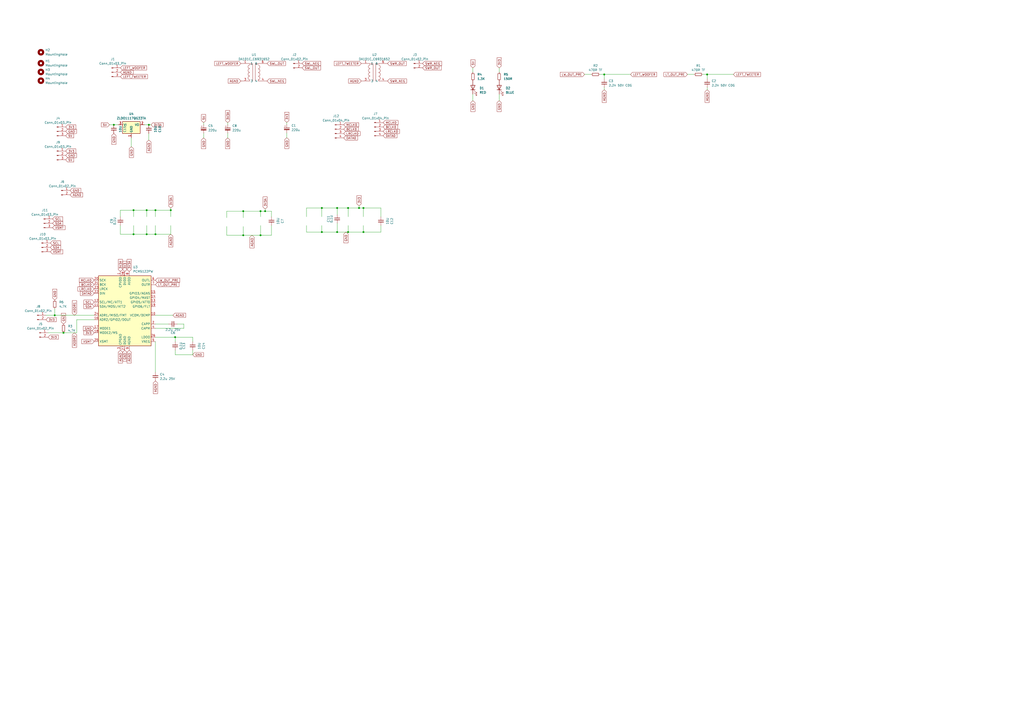
<source format=kicad_sch>
(kicad_sch (version 20231120) (generator "eeschema") (generator_version "8.0")
  (paper "A2")
  (lib_symbols
    (symbol "Audio:PCM5122PW"
      (property "Reference" "U" (at -13.97 21.59 0))
      (property "Value" "PCM5122PW" (at 10.16 21.59 0))
      (symbol "PCM5122PW_0_1"
        (rectangle (start -15.24 20.32) (end 15.24 -20.32) (stroke (width 0.254)) (fill (type background)))
      )
      (symbol "PCM5122PW_1_1"
        (pin power_in line (at -2.54 22.86 270) (length 2.54) (name "CPVDD") (number "1"))
        (pin bidirectional line (at 17.78 -2.54 180) (length 2.54) (name "VCOM/DEMP") (number "10"))
        (pin bidirectional line (at -17.78 2.54 0) (length 2.54) (name "SDA/MOSI/ATT2") (number "11"))
        (pin input line (at -17.78 5.08 0) (length 2.54) (name "SCL/MC/ATT1") (number "12"))
        (pin bidirectional line (at 17.78 5.08 180) (length 2.54) (name "GPIO5/ATT0") (number "13"))
        (pin bidirectional line (at 17.78 7.62 180) (length 2.54) (name "GPIO4/MAST") (number "14"))
        (pin bidirectional line (at 17.78 10.16 180) (length 2.54) (name "GPIO3/AGNS") (number "15"))
        (pin bidirectional line (at -17.78 -5.08 0) (length 2.54) (name "ADR2/GPIO2/DOUT") (number "16"))
        (pin input line (at -17.78 -10.16 0) (length 2.54) (name "MODE1") (number "17"))
        (pin input line (at -17.78 -12.7 0) (length 2.54) (name "MODE2/MS") (number "18"))
        (pin bidirectional line (at 17.78 2.54 180) (length 2.54) (name "GPIO6/FLT") (number "19"))
        (pin passive line (at 17.78 -7.62 180) (length 2.54) (name "CAPP") (number "2"))
        (pin input line (at -17.78 17.78 0) (length 2.54) (name "SCK") (number "20"))
        (pin bidirectional line (at -17.78 15.24 0) (length 2.54) (name "BCK") (number "21"))
        (pin input line (at -17.78 10.16 0) (length 2.54) (name "DIN") (number "22"))
        (pin bidirectional line (at -17.78 12.7 0) (length 2.54) (name "LRCK") (number "23"))
        (pin bidirectional line (at -17.78 -2.54 0) (length 2.54) (name "ADR1/MISO/FMT") (number "24"))
        (pin input line (at -17.78 -17.78 0) (length 2.54) (name "XSMT") (number "25"))
        (pin passive line (at 17.78 -15.24 180) (length 2.54) (name "LDOO") (number "26"))
        (pin power_in line (at 0 -22.86 90) (length 2.54) (name "DGND") (number "27"))
        (pin power_in line (at 0 22.86 270) (length 2.54) (name "DVDD") (number "28"))
        (pin power_in line (at -2.54 -22.86 90) (length 2.54) (name "CPGND") (number "3"))
        (pin passive line (at 17.78 -10.16 180) (length 2.54) (name "CAPM") (number "4"))
        (pin passive line (at 17.78 -17.78 180) (length 2.54) (name "VNEG") (number "5"))
        (pin output line (at 17.78 17.78 180) (length 2.54) (name "OUTL") (number "6"))
        (pin output line (at 17.78 15.24 180) (length 2.54) (name "OUTR") (number "7"))
        (pin power_in line (at 2.54 22.86 270) (length 2.54) (name "AVDD") (number "8"))
        (pin power_in line (at 2.54 -22.86 90) (length 2.54) (name "AGND") (number "9"))
      )
    )
    (symbol "Connector:Conn_01x02_Pin" (pin_names (offset 1.016) hide)
      (property "Reference" "J" (at 0 2.54 0))
      (property "Value" "Conn_01x02_Pin" (at 0 -5.08 0))
      (symbol "Conn_01x02_Pin_1_1"
        (polyline (pts (xy 1.27 -2.54) (xy 0.8636 -2.54)) (stroke (width 0.1524)))
        (polyline (pts (xy 1.27 0) (xy 0.8636 0)) (stroke (width 0.1524)))
        (rectangle (start 0.8636 -2.413) (end 0 -2.667) (stroke (width 0.1524)) (fill (type outline)))
        (rectangle (start 0.8636 0.127) (end 0 -0.127) (stroke (width 0.1524)) (fill (type outline)))
        (pin passive line (at 5.08 0 180) (length 3.81) (name "Pin_1") (number "1"))
        (pin passive line (at 5.08 -2.54 180) (length 3.81) (name "Pin_2") (number "2"))
      )
    )
    (symbol "Connector:Conn_01x03_Pin" (pin_names (offset 1.016) hide)
      (property "Reference" "J" (at 0 5.08 0))
      (property "Value" "Conn_01x03_Pin" (at 0 -5.08 0))
      (symbol "Conn_01x03_Pin_1_1"
        (polyline (pts (xy 1.27 -2.54) (xy 0.8636 -2.54)) (stroke (width 0.1524)))
        (polyline (pts (xy 1.27 0) (xy 0.8636 0)) (stroke (width 0.1524)))
        (polyline (pts (xy 1.27 2.54) (xy 0.8636 2.54)) (stroke (width 0.1524)))
        (rectangle (start 0.8636 -2.413) (end 0 -2.667) (stroke (width 0.1524)) (fill (type outline)))
        (rectangle (start 0.8636 0.127) (end 0 -0.127) (stroke (width 0.1524)) (fill (type outline)))
        (rectangle (start 0.8636 2.667) (end 0 2.413) (stroke (width 0.1524)) (fill (type outline)))
        (pin passive line (at 5.08 2.54 180) (length 3.81) (name "Pin_1") (number "1"))
        (pin passive line (at 5.08 0 180) (length 3.81) (name "Pin_2") (number "2"))
        (pin passive line (at 5.08 -2.54 180) (length 3.81) (name "Pin_3") (number "3"))
      )
    )
    (symbol "Connector:Conn_01x04_Pin" (pin_names (offset 1.016) hide)
      (property "Reference" "J" (at 0 5.08 0))
      (property "Value" "Conn_01x04_Pin" (at 0 -7.62 0))
      (symbol "Conn_01x04_Pin_1_1"
        (polyline (pts (xy 1.27 -5.08) (xy 0.8636 -5.08)) (stroke (width 0.1524)))
        (polyline (pts (xy 1.27 -2.54) (xy 0.8636 -2.54)) (stroke (width 0.1524)))
        (polyline (pts (xy 1.27 0) (xy 0.8636 0)) (stroke (width 0.1524)))
        (polyline (pts (xy 1.27 2.54) (xy 0.8636 2.54)) (stroke (width 0.1524)))
        (rectangle (start 0.8636 -4.953) (end 0 -5.207) (stroke (width 0.1524)) (fill (type outline)))
        (rectangle (start 0.8636 -2.413) (end 0 -2.667) (stroke (width 0.1524)) (fill (type outline)))
        (rectangle (start 0.8636 0.127) (end 0 -0.127) (stroke (width 0.1524)) (fill (type outline)))
        (rectangle (start 0.8636 2.667) (end 0 2.413) (stroke (width 0.1524)) (fill (type outline)))
        (pin passive line (at 5.08 2.54 180) (length 3.81) (name "Pin_1") (number "1"))
        (pin passive line (at 5.08 0 180) (length 3.81) (name "Pin_2") (number "2"))
        (pin passive line (at 5.08 -2.54 180) (length 3.81) (name "Pin_3") (number "3"))
        (pin passive line (at 5.08 -5.08 180) (length 3.81) (name "Pin_4") (number "4"))
      )
    )
    (symbol "Device:C_Polarized_Small" (pin_numbers hide) (pin_names (offset 0.254) hide)
      (property "Reference" "C" (at 0.254 1.778 0))
      (property "Value" "C_Polarized_Small" (at 0.254 -2.032 0))
      (symbol "C_Polarized_Small_0_1"
        (rectangle (start -1.524 -0.3048) (end 1.524 -0.6858) (fill (type outline)))
        (rectangle (start -1.524 0.6858) (end 1.524 0.3048))
        (polyline (pts (xy -1.27 1.524) (xy -0.762 1.524)))
        (polyline (pts (xy -1.016 1.27) (xy -1.016 1.778)))
      )
      (symbol "C_Polarized_Small_1_1"
        (pin passive line (at 0 2.54 270) (length 1.8542) (name "~") (number "1"))
        (pin passive line (at 0 -2.54 90) (length 1.8542) (name "~") (number "2"))
      )
    )
    (symbol "Device:C_Small" (pin_numbers hide) (pin_names (offset 0.254) hide)
      (property "Reference" "C" (at 0.254 1.778 0))
      (property "Value" "C_Small" (at 0.254 -2.032 0))
      (symbol "C_Small_0_1"
        (polyline (pts (xy -1.524 -0.508) (xy 1.524 -0.508)) (stroke (width 0.3302)))
        (polyline (pts (xy -1.524 0.508) (xy 1.524 0.508)) (stroke (width 0.3048)))
      )
      (symbol "C_Small_1_1"
        (pin passive line (at 0 2.54 270) (length 2.032) (name "~") (number "1"))
        (pin passive line (at 0 -2.54 90) (length 2.032) (name "~") (number "2"))
      )
    )
    (symbol "Device:LED" (pin_numbers hide) (pin_names (offset 1.016) hide)
      (property "Reference" "D" (at 0 2.54 0))
      (property "Value" "LED" (at 0 -2.54 0))
      (symbol "LED_0_1"
        (polyline (pts (xy -1.27 -1.27) (xy -1.27 1.27)) (stroke (width 0.254)))
        (polyline (pts (xy -1.27 0) (xy 1.27 0)))
        (polyline (pts (xy 1.27 -1.27) (xy 1.27 1.27) (xy -1.27 0) (xy 1.27 -1.27)) (stroke (width 0.254)))
        (polyline (pts (xy -3.048 -0.762) (xy -4.572 -2.286) (xy -3.81 -2.286) (xy -4.572 -2.286) (xy -4.572 -1.524)))
        (polyline (pts (xy -1.778 -0.762) (xy -3.302 -2.286) (xy -2.54 -2.286) (xy -3.302 -2.286) (xy -3.302 -1.524)))
      )
      (symbol "LED_1_1"
        (pin passive line (at -3.81 0 0) (length 2.54) (name "K") (number "1"))
        (pin passive line (at 3.81 0 180) (length 2.54) (name "A") (number "2"))
      )
    )
    (symbol "Device:R_Small" (pin_numbers hide) (pin_names (offset 0.254) hide)
      (property "Reference" "R" (at 0.762 0.508 0))
      (property "Value" "R_Small" (at 0.762 -1.016 0))
      (symbol "R_Small_0_1"
        (rectangle (start -0.762 1.778) (end 0.762 -1.778) (stroke (width 0.2032)))
      )
      (symbol "R_Small_1_1"
        (pin passive line (at 0 2.54 270) (length 0.762) (name "~") (number "1"))
        (pin passive line (at 0 -2.54 90) (length 0.762) (name "~") (number "2"))
      )
    )
    (symbol "Mechanical:MountingHole" (pin_names (offset 1.016)) (exclude_from_sim yes) (in_bom no)
      (property "Reference" "H" (at 0 5.08 0))
      (property "Value" "MountingHole" (at 0 3.175 0))
      (symbol "MountingHole_0_1"
        (circle (center 0 0) (radius 1.27) (stroke (width 1.27)))
      )
    )
    (symbol "Regulator_Linear:AMS1117-3.3"
      (property "Reference" "U" (at -3.81 3.175 0))
      (property "Value" "AMS1117-3.3" (at 0 3.175 0))
      (symbol "AMS1117-3.3_0_1"
        (rectangle (start -5.08 -5.08) (end 5.08 1.905) (stroke (width 0.254)) (fill (type background)))
      )
      (symbol "AMS1117-3.3_1_1"
        (pin power_in line (at 0 -7.62 90) (length 2.54) (name "GND") (number "1"))
        (pin power_out line (at 7.62 0 180) (length 2.54) (name "VO") (number "2"))
        (pin power_in line (at -7.62 0 0) (length 2.54) (name "VI") (number "3"))
      )
    )
    (symbol "easyeda2kicad:DA101C_C6931652"
      (property "Reference" "U" (at 0 10.16 0))
      (property "Value" "DA101C_C6931652" (at 0 -10.16 0))
      (symbol "DA101C_C6931652_0_1"
        (arc (start -2.54 -2.3) (mid -3.4695 -3.31) (end -2.54 -4.32))
        (arc (start -2.54 -0.14) (mid -3.4545 -1.15) (end -2.54 -2.16))
        (arc (start -2.54 2.01) (mid -3.4545 1) (end -2.54 -0.01))
        (arc (start -2.54 4.2) (mid -3.4695 3.19) (end -2.54 2.18))
        (circle (center -1.52 4.83) (radius 0.38))
        (polyline (pts (xy -2.54 -5.08) (xy -2.54 -4.32)))
        (polyline (pts (xy -2.54 4.32) (xy -2.54 5.08)))
        (polyline (pts (xy -0.76 5.08) (xy -0.76 -5.08)))
        (polyline (pts (xy 0.76 5.08) (xy 0.76 -5.08)))
        (polyline (pts (xy 2.54 -5.08) (xy 2.54 -4.06)))
        (polyline (pts (xy 2.54 4.57) (xy 2.54 5.08)))
        (circle (center 1.52 4.83) (radius 0.38))
        (arc (start 2.54 -4.46) (mid 3.4599 -3.445) (end 2.54 -2.43))
        (arc (start 2.54 -2.26) (mid 3.4787 -1.25) (end 2.54 -0.24))
        (arc (start 2.54 -0.11) (mid 3.4787 0.9) (end 2.54 1.91))
        (arc (start 2.54 2.04) (mid 3.4558 3.05) (end 2.54 4.06))
        (pin unspecified line (at -7.62 5.08 0) (length 5.08) (name "1") (number "1"))
        (pin unspecified line (at -7.62 -5.08 0) (length 5.08) (name "3") (number "3"))
        (pin unspecified line (at 7.62 -5.08 180) (length 5.08) (name "4") (number "4"))
        (pin unspecified line (at 7.62 5.08 180) (length 5.08) (name "6") (number "6"))
      )
    )
  )
  (junction (at 85.09 121.92))
  (junction (at 151.13 122.5027))
  (junction (at 141.0993 136.4727))
  (junction (at 151.13 136.4727))
  (junction (at 36.83 193.04))
  (junction (at 90.17 121.92))
  (junction (at 66.04 72.39))
  (junction (at 153.7993 122.5027))
  (junction (at 201.93 120.65))
  (junction (at 410.21 43.18))
  (junction (at 90.17 135.89))
  (junction (at 210.82 134.62))
  (junction (at 86.36 72.39))
  (junction (at 195.58 134.62))
  (junction (at 210.82 120.65))
  (junction (at 77.47 121.92))
  (junction (at 186.69 134.62))
  (junction (at 186.69 120.65))
  (junction (at 195.58 120.65))
  (junction (at 141.0993 122.5027))
  (junction (at 101.6 195.58))
  (junction (at 99.06 121.92))
  (junction (at 77.47 135.89))
  (junction (at 201.93 134.62))
  (junction (at 208.28 120.65))
  (junction (at 350.52 43.18))
  (junction (at 31.75 182.88))
  (junction (at 85.09 135.89))
  (wire (pts (xy 66.04 72.39) (xy 68.58 72.39)))
  (wire (pts (xy 410.21 52.07) (xy 410.21 50.8)))
  (wire (pts (xy 201.93 134.62) (xy 210.82 134.62)))
  (wire (pts (xy 350.52 45.72) (xy 350.52 43.18)))
  (wire (pts (xy 99.06 125.73) (xy 99.06 121.92)))
  (wire (pts (xy 157.48 122.5027) (xy 153.7993 122.5027)))
  (wire (pts (xy 131.5421 136.4727) (xy 131.5421 131.3569)))
  (wire (pts (xy 118.11 71.12) (xy 118.11 72.263)))
  (wire (pts (xy 153.7993 122.5027) (xy 151.13 122.5027)))
  (wire (pts (xy 131.5421 122.5027) (xy 131.5421 126.2769)))
  (wire (pts (xy 102.87 187.96) (xy 106.68 187.96)))
  (wire (pts (xy 186.69 130.81) (xy 186.69 134.62)))
  (wire (pts (xy 132.08 71.12) (xy 132.08 72.263)))
  (wire (pts (xy 77.47 135.89) (xy 69.85 135.89)))
  (wire (pts (xy 118.11 80.01) (xy 118.11 77.343)))
  (wire (pts (xy 90.17 121.92) (xy 99.06 121.92)))
  (wire (pts (xy 186.69 134.62) (xy 195.58 134.62)))
  (wire (pts (xy 208.28 120.65) (xy 201.93 120.65)))
  (wire (pts (xy 186.69 134.62) (xy 177.8 134.62)))
  (wire (pts (xy 90.17 198.12) (xy 90.17 215.9)))
  (wire (pts (xy 195.58 120.65) (xy 195.58 124.46)))
  (wire (pts (xy 111.76 195.58) (xy 111.76 198.12)))
  (wire (pts (xy 31.75 179.07) (xy 31.75 182.88)))
  (wire (pts (xy 274.32 58.42) (xy 274.32 54.61)))
  (wire (pts (xy 90.17 135.89) (xy 99.06 135.89)))
  (wire (pts (xy 85.09 121.92) (xy 77.47 121.92)))
  (wire (pts (xy 85.09 121.92) (xy 85.09 125.73)))
  (wire (pts (xy 86.36 72.39) (xy 83.82 72.39)))
  (wire (pts (xy 27.94 193.04) (xy 36.83 193.04)))
  (wire (pts (xy 141.0993 122.5027) (xy 131.5421 122.5027)))
  (wire (pts (xy 141.0993 122.5027) (xy 141.0993 126.3127)))
  (wire (pts (xy 132.08 80.01) (xy 132.08 77.343)))
  (wire (pts (xy 106.68 187.96) (xy 106.68 190.5)))
  (wire (pts (xy 186.69 120.65) (xy 177.8 120.65)))
  (wire (pts (xy 201.93 125.73) (xy 201.93 120.65)))
  (wire (pts (xy 210.82 125.73) (xy 210.82 120.65)))
  (wire (pts (xy 90.17 130.81) (xy 90.17 135.89)))
  (wire (pts (xy 339.09 43.18) (xy 342.9 43.18)))
  (wire (pts (xy 210.82 134.62) (xy 220.98 134.62)))
  (wire (pts (xy 90.17 125.73) (xy 90.17 121.92)))
  (wire (pts (xy 186.69 120.65) (xy 186.69 125.73)))
  (wire (pts (xy 201.93 130.81) (xy 201.93 134.62)))
  (wire (pts (xy 101.6 205.74) (xy 101.6 203.2)))
  (wire (pts (xy 77.47 121.92) (xy 69.85 121.92)))
  (wire (pts (xy 195.58 134.62) (xy 201.93 134.62)))
  (wire (pts (xy 151.13 122.5027) (xy 151.13 125.73)))
  (wire (pts (xy 69.85 135.89) (xy 69.85 130.81)))
  (wire (pts (xy 141.0993 136.4727) (xy 151.13 136.4727)))
  (wire (pts (xy 347.98 43.18) (xy 350.52 43.18)))
  (wire (pts (xy 85.09 135.89) (xy 77.47 135.89)))
  (wire (pts (xy 195.58 129.54) (xy 195.58 134.62)))
  (wire (pts (xy 210.82 130.81) (xy 210.82 134.62)))
  (wire (pts (xy 106.68 190.5) (xy 90.17 190.5)))
  (wire (pts (xy 111.76 205.74) (xy 111.76 203.2)))
  (wire (pts (xy 36.83 193.04) (xy 44.45 193.04)))
  (wire (pts (xy 177.8 120.65) (xy 177.8 125.73)))
  (wire (pts (xy 31.75 182.88) (xy 54.61 182.88)))
  (wire (pts (xy 141.0993 131.3927) (xy 141.0993 136.4727)))
  (wire (pts (xy 407.67 43.18) (xy 410.21 43.18)))
  (wire (pts (xy 63.5 72.39) (xy 66.04 72.39)))
  (wire (pts (xy 141.0993 122.5027) (xy 151.13 122.5027)))
  (wire (pts (xy 210.82 120.65) (xy 220.98 120.65)))
  (wire (pts (xy 208.28 120.65) (xy 208.28 119.38)))
  (wire (pts (xy 365.76 43.18) (xy 350.52 43.18)))
  (wire (pts (xy 97.79 187.96) (xy 90.17 187.96)))
  (wire (pts (xy 99.06 130.81) (xy 99.06 135.89)))
  (wire (pts (xy 398.78 43.18) (xy 402.59 43.18)))
  (wire (pts (xy 157.48 130.81) (xy 157.48 136.4727)))
  (wire (pts (xy 153.7993 122.5027) (xy 153.7993 121.2327)))
  (wire (pts (xy 201.93 120.65) (xy 195.58 120.65)))
  (wire (pts (xy 26.67 182.88) (xy 31.75 182.88)))
  (wire (pts (xy 425.45 43.18) (xy 410.21 43.18)))
  (wire (pts (xy 157.48 136.4727) (xy 151.13 136.4727)))
  (wire (pts (xy 77.47 130.81) (xy 77.47 135.89)))
  (wire (pts (xy 77.47 121.92) (xy 77.47 125.73)))
  (wire (pts (xy 274.32 39.37) (xy 274.32 41.91)))
  (wire (pts (xy 157.48 125.73) (xy 157.48 122.5027)))
  (wire (pts (xy 166.37 79.883) (xy 166.37 77.216)))
  (wire (pts (xy 220.98 125.73) (xy 220.98 120.65)))
  (wire (pts (xy 44.45 193.04) (xy 44.45 185.42)))
  (wire (pts (xy 101.6 195.58) (xy 101.6 198.12)))
  (wire (pts (xy 90.17 182.88) (xy 100.33 182.88)))
  (wire (pts (xy 76.2 85.09) (xy 76.2 80.01)))
  (wire (pts (xy 186.69 120.65) (xy 195.58 120.65)))
  (wire (pts (xy 85.09 130.81) (xy 85.09 135.89)))
  (wire (pts (xy 87.63 72.39) (xy 86.36 72.39)))
  (wire (pts (xy 220.98 130.81) (xy 220.98 134.62)))
  (wire (pts (xy 86.36 81.28) (xy 86.36 77.47)))
  (wire (pts (xy 410.21 45.72) (xy 410.21 43.18)))
  (wire (pts (xy 44.45 185.42) (xy 54.61 185.42)))
  (wire (pts (xy 111.76 205.74) (xy 101.6 205.74)))
  (wire (pts (xy 85.09 121.92) (xy 90.17 121.92)))
  (wire (pts (xy 151.13 130.81) (xy 151.13 136.4727)))
  (wire (pts (xy 141.0993 136.4727) (xy 131.5421 136.4727)))
  (wire (pts (xy 85.09 135.89) (xy 90.17 135.89)))
  (wire (pts (xy 69.85 121.92) (xy 69.85 125.73)))
  (wire (pts (xy 350.52 52.07) (xy 350.52 50.8)))
  (wire (pts (xy 289.56 39.37) (xy 289.56 41.91)))
  (wire (pts (xy 90.17 195.58) (xy 101.6 195.58)))
  (wire (pts (xy 99.06 121.92) (xy 99.06 120.65)))
  (wire (pts (xy 208.28 120.65) (xy 210.82 120.65)))
  (wire (pts (xy 166.37 70.993) (xy 166.37 72.136)))
  (wire (pts (xy 289.56 58.42) (xy 289.56 54.61)))
  (wire (pts (xy 177.8 134.62) (xy 177.8 130.81)))
  (wire (pts (xy 101.6 195.58) (xy 111.76 195.58)))
  (global_label "3V3" (shape input) (at 27.94 195.58 0) (property "Intersheetrefs" "${INTERSHEET_REFS}" (effects (hide yes))))
  (global_label "AGND" (shape input) (at 410.21 52.07 270) (property "Intersheetrefs" "${INTERSHEET_REFS}" (effects (hide yes))))
  (global_label "3V3A" (shape input) (at 99.06 120.65 90) (property "Intersheetrefs" "${INTERSHEET_REFS}" (effects (hide yes))))
  (global_label "AGND" (shape input) (at 69.85 41.91 0) (property "Intersheetrefs" "${INTERSHEET_REFS}" (effects (hide yes))))
  (global_label "SWR_NEG" (shape input) (at 224.79 46.99 0) (property "Intersheetrefs" "${INTERSHEET_REFS}" (effects (hide yes))))
  (global_label "3V3A" (shape input) (at 87.63 72.39 0) (property "Intersheetrefs" "${INTERSHEET_REFS}" (effects (hide yes))))
  (global_label "AGND" (shape input) (at 74.93 203.2 270) (property "Intersheetrefs" "${INTERSHEET_REFS}" (effects (hide yes))))
  (global_label "AGND" (shape input) (at 86.36 81.28 270) (property "Intersheetrefs" "${INTERSHEET_REFS}" (effects (hide yes))))
  (global_label "GND" (shape input) (at 38.1 90.17 0) (property "Intersheetrefs" "${INTERSHEET_REFS}" (effects (hide yes))))
  (global_label "5V" (shape input) (at 38.1 78.74 0) (property "Intersheetrefs" "${INTERSHEET_REFS}" (effects (hide yes))))
  (global_label "SWL_NEG" (shape input) (at 154.94 46.99 0) (property "Intersheetrefs" "${INTERSHEET_REFS}" (effects (hide yes))))
  (global_label "SWR_NEG" (shape input) (at 245.11 36.83 0) (property "Intersheetrefs" "${INTERSHEET_REFS}" (effects (hide yes))))
  (global_label "LW_OUT_PRE" (shape input) (at 339.09 43.18 180) (property "Intersheetrefs" "${INTERSHEET_REFS}" (effects (hide yes))))
  (global_label "AGND" (shape input) (at 139.7 46.99 180) (property "Intersheetrefs" "${INTERSHEET_REFS}" (effects (hide yes))))
  (global_label "XSMT" (shape input) (at 30.48 132.08 0) (property "Intersheetrefs" "${INTERSHEET_REFS}" (effects (hide yes))))
  (global_label "GND" (shape input) (at 38.1 76.2 0) (property "Intersheetrefs" "${INTERSHEET_REFS}" (effects (hide yes))))
  (global_label "GND" (shape input) (at 289.56 58.42 270) (property "Intersheetrefs" "${INTERSHEET_REFS}" (effects (hide yes))))
  (global_label "GND" (shape input) (at 132.08 80.01 270) (property "Intersheetrefs" "${INTERSHEET_REFS}" (effects (hide yes))))
  (global_label "LEFT_TWEETER" (shape input) (at 69.85 44.45 0) (property "Intersheetrefs" "${INTERSHEET_REFS}" (effects (hide yes))))
  (global_label "SCL" (shape input) (at 29.21 140.97 0) (property "Intersheetrefs" "${INTERSHEET_REFS}" (effects (hide yes))))
  (global_label "GND" (shape input) (at 54.61 190.5 180) (property "Intersheetrefs" "${INTERSHEET_REFS}" (effects (hide yes))))
  (global_label "3V3" (shape input) (at 38.1 87.63 0) (property "Intersheetrefs" "${INTERSHEET_REFS}" (effects (hide yes))))
  (global_label "AGND" (shape input) (at 209.55 46.99 180) (property "Intersheetrefs" "${INTERSHEET_REFS}" (effects (hide yes))))
  (global_label "MCLK0" (shape input) (at 199.39 72.39 0) (property "Intersheetrefs" "${INTERSHEET_REFS}" (effects (hide yes))))
  (global_label "LEFT_TWEETER" (shape input) (at 209.55 36.83 180) (property "Intersheetrefs" "${INTERSHEET_REFS}" (effects (hide yes))))
  (global_label "5V" (shape input) (at 274.32 39.37 90) (property "Intersheetrefs" "${INTERSHEET_REFS}" (effects (hide yes))))
  (global_label "3V3" (shape input) (at 208.28 119.38 90) (property "Intersheetrefs" "${INTERSHEET_REFS}" (effects (hide yes))))
  (global_label "BCLK0" (shape input) (at 222.25 73.66 0) (property "Intersheetrefs" "${INTERSHEET_REFS}" (effects (hide yes))))
  (global_label "ADDR1" (shape input) (at 43.18 182.88 90) (property "Intersheetrefs" "${INTERSHEET_REFS}" (effects (hide yes))))
  (global_label "GND" (shape input) (at 66.04 77.47 270) (property "Intersheetrefs" "${INTERSHEET_REFS}" (effects (hide yes))))
  (global_label "MCLK0" (shape input) (at 54.61 162.56 180) (property "Intersheetrefs" "${INTERSHEET_REFS}" (effects (hide yes))))
  (global_label "AGND" (shape input) (at 100.33 182.88 0) (property "Intersheetrefs" "${INTERSHEET_REFS}" (effects (hide yes))))
  (global_label "3V3" (shape input) (at 166.37 70.993 90) (property "Intersheetrefs" "${INTERSHEET_REFS}" (effects (hide yes))))
  (global_label "GND" (shape input) (at 166.37 79.883 270) (property "Intersheetrefs" "${INTERSHEET_REFS}" (effects (hide yes))))
  (global_label "GND" (shape input) (at 72.39 203.2 270) (property "Intersheetrefs" "${INTERSHEET_REFS}" (effects (hide yes))))
  (global_label "GND" (shape input) (at 274.32 58.42 270) (property "Intersheetrefs" "${INTERSHEET_REFS}" (effects (hide yes))))
  (global_label "LT_OUT_PRE" (shape input) (at 398.78 43.18 180) (property "Intersheetrefs" "${INTERSHEET_REFS}" (effects (hide yes))))
  (global_label "MCLK0" (shape input) (at 222.25 71.12 0) (property "Intersheetrefs" "${INTERSHEET_REFS}" (effects (hide yes))))
  (global_label "XSMT" (shape input) (at 29.21 146.05 0) (property "Intersheetrefs" "${INTERSHEET_REFS}" (effects (hide yes))))
  (global_label "SDA" (shape input) (at 30.48 129.54 0) (property "Intersheetrefs" "${INTERSHEET_REFS}" (effects (hide yes))))
  (global_label "DATA0" (shape input) (at 199.39 80.01 0) (property "Intersheetrefs" "${INTERSHEET_REFS}" (effects (hide yes))))
  (global_label "GND" (shape input) (at 200.66 134.62 270) (property "Intersheetrefs" "${INTERSHEET_REFS}" (effects (hide yes))))
  (global_label "3V3A" (shape input) (at 153.7993 121.2327 90) (property "Intersheetrefs" "${INTERSHEET_REFS}" (effects (hide yes))))
  (global_label "SCL" (shape input) (at 54.61 175.26 180) (property "Intersheetrefs" "${INTERSHEET_REFS}" (effects (hide yes))))
  (global_label "3V3" (shape input) (at 72.39 157.48 90) (property "Intersheetrefs" "${INTERSHEET_REFS}" (effects (hide yes))))
  (global_label "AGND" (shape input) (at 99.06 135.89 270) (property "Intersheetrefs" "${INTERSHEET_REFS}" (effects (hide yes))))
  (global_label "SCL" (shape input) (at 30.48 127 0) (property "Intersheetrefs" "${INTERSHEET_REFS}" (effects (hide yes))))
  (global_label "3V3" (shape input) (at 54.61 193.04 180) (property "Intersheetrefs" "${INTERSHEET_REFS}" (effects (hide yes))))
  (global_label "GND" (shape input) (at 40.64 110.49 0) (property "Intersheetrefs" "${INTERSHEET_REFS}" (effects (hide yes))))
  (global_label "AGND" (shape input) (at 350.52 52.07 270) (property "Intersheetrefs" "${INTERSHEET_REFS}" (effects (hide yes))))
  (global_label "ADDR2" (shape input) (at 43.18 193.04 270) (property "Intersheetrefs" "${INTERSHEET_REFS}" (effects (hide yes))))
  (global_label "LW_OUT_PRE" (shape input) (at 90.17 162.56 0) (property "Intersheetrefs" "${INTERSHEET_REFS}" (effects (hide yes))))
  (global_label "DATA0" (shape input) (at 54.61 170.18 180) (property "Intersheetrefs" "${INTERSHEET_REFS}" (effects (hide yes))))
  (global_label "5V" (shape input) (at 38.1 92.71 0) (property "Intersheetrefs" "${INTERSHEET_REFS}" (effects (hide yes))))
  (global_label "3V3" (shape input) (at 38.1 73.66 0) (property "Intersheetrefs" "${INTERSHEET_REFS}" (effects (hide yes))))
  (global_label "BCLK0" (shape input) (at 54.61 165.1 180) (property "Intersheetrefs" "${INTERSHEET_REFS}" (effects (hide yes))))
  (global_label "3V3" (shape input) (at 289.56 39.37 90) (property "Intersheetrefs" "${INTERSHEET_REFS}" (effects (hide yes))))
  (global_label "LRCLK0" (shape input) (at 199.39 77.47 0) (property "Intersheetrefs" "${INTERSHEET_REFS}" (effects (hide yes))))
  (global_label "SWR_OUT" (shape input) (at 224.79 36.83 0) (property "Intersheetrefs" "${INTERSHEET_REFS}" (effects (hide yes))))
  (global_label "AGND" (shape input) (at 146.1793 136.4727 270) (property "Intersheetrefs" "${INTERSHEET_REFS}" (effects (hide yes))))
  (global_label "SWR_OUT" (shape input) (at 245.11 39.37 0) (property "Intersheetrefs" "${INTERSHEET_REFS}" (effects (hide yes))))
  (global_label "3V3A" (shape input) (at 132.08 71.12 90) (property "Intersheetrefs" "${INTERSHEET_REFS}" (effects (hide yes))))
  (global_label "AGND" (shape input) (at 69.85 203.2 270) (property "Intersheetrefs" "${INTERSHEET_REFS}" (effects (hide yes))))
  (global_label "AGND" (shape input) (at 90.17 220.98 270) (property "Intersheetrefs" "${INTERSHEET_REFS}" (effects (hide yes))))
  (global_label "SDA" (shape input) (at 29.21 143.51 0) (property "Intersheetrefs" "${INTERSHEET_REFS}" (effects (hide yes))))
  (global_label "LEFT_WOOFER" (shape input) (at 69.85 39.37 0) (property "Intersheetrefs" "${INTERSHEET_REFS}" (effects (hide yes))))
  (global_label "AGND" (shape input) (at 40.64 113.03 0) (property "Intersheetrefs" "${INTERSHEET_REFS}" (effects (hide yes))))
  (global_label "LRCLK0" (shape input) (at 222.25 76.2 0) (property "Intersheetrefs" "${INTERSHEET_REFS}" (effects (hide yes))))
  (global_label "3V3A" (shape input) (at 74.93 157.48 90) (property "Intersheetrefs" "${INTERSHEET_REFS}" (effects (hide yes))))
  (global_label "SDA" (shape input) (at 54.61 177.8 180) (property "Intersheetrefs" "${INTERSHEET_REFS}" (effects (hide yes))))
  (global_label "BCLK0" (shape input) (at 199.39 74.93 0) (property "Intersheetrefs" "${INTERSHEET_REFS}" (effects (hide yes))))
  (global_label "GND" (shape input) (at 111.76 205.74 0) (property "Intersheetrefs" "${INTERSHEET_REFS}" (effects (hide yes))))
  (global_label "SWL_NEG" (shape input) (at 175.26 36.83 0) (property "Intersheetrefs" "${INTERSHEET_REFS}" (effects (hide yes))))
  (global_label "GND" (shape input) (at 76.2 85.09 270) (property "Intersheetrefs" "${INTERSHEET_REFS}" (effects (hide yes))))
  (global_label "SWL_OUT" (shape input) (at 154.94 36.83 0) (property "Intersheetrefs" "${INTERSHEET_REFS}" (effects (hide yes))))
  (global_label "XSMT" (shape input) (at 54.61 198.12 180) (property "Intersheetrefs" "${INTERSHEET_REFS}" (effects (hide yes))))
  (global_label "5V" (shape input) (at 63.5 72.39 180) (property "Intersheetrefs" "${INTERSHEET_REFS}" (effects (hide yes))))
  (global_label "LT_OUT_PRE" (shape input) (at 90.17 165.1 0) (property "Intersheetrefs" "${INTERSHEET_REFS}" (effects (hide yes))))
  (global_label "GND" (shape input) (at 118.11 80.01 270) (property "Intersheetrefs" "${INTERSHEET_REFS}" (effects (hide yes))))
  (global_label "LEFT_TWEETER" (shape input) (at 425.45 43.18 0) (property "Intersheetrefs" "${INTERSHEET_REFS}" (effects (hide yes))))
  (global_label "GND" (shape input) (at 31.75 173.99 90) (property "Intersheetrefs" "${INTERSHEET_REFS}" (effects (hide yes))))
  (global_label "LRCLK0" (shape input) (at 54.61 167.64 180) (property "Intersheetrefs" "${INTERSHEET_REFS}" (effects (hide yes))))
  (global_label "5V" (shape input) (at 118.11 71.12 90) (property "Intersheetrefs" "${INTERSHEET_REFS}" (effects (hide yes))))
  (global_label "SWL_OUT" (shape input) (at 175.26 39.37 0) (property "Intersheetrefs" "${INTERSHEET_REFS}" (effects (hide yes))))
  (global_label "3V3" (shape input) (at 26.67 185.42 0) (property "Intersheetrefs" "${INTERSHEET_REFS}" (effects (hide yes))))
  (global_label "LEFT_WOOFER" (shape input) (at 139.7 36.83 180) (property "Intersheetrefs" "${INTERSHEET_REFS}" (effects (hide yes))))
  (global_label "GND" (shape input) (at 36.83 187.96 90) (property "Intersheetrefs" "${INTERSHEET_REFS}" (effects (hide yes))))
  (global_label "3V3A" (shape input) (at 69.85 157.48 90) (property "Intersheetrefs" "${INTERSHEET_REFS}" (effects (hide yes))))
  (global_label "LEFT_WOOFER" (shape input) (at 365.76 43.18 0) (property "Intersheetrefs" "${INTERSHEET_REFS}" (effects (hide yes))))
  (global_label "DATA0" (shape input) (at 222.25 78.74 0) (property "Intersheetrefs" "${INTERSHEET_REFS}" (effects (hide yes))))
  (symbol (lib_id "Device:LED") (at 289.56 50.8 90) (unit 1)
    (property "Reference" "D2" (at 293.37 51.1174 90) (effects (justify right)))
    (property "Value" "BLUE" (at 293.37 53.6574 90) (effects (justify right)))
    (property "Footprint" "LED_SMD:LED_0603_1608Metric" (effects (hide yes)))
    (property "Description" "Light emitting diode" (effects (hide yes)))
  )
  (symbol (lib_id "Connector:Conn_01x02_Pin") (at 22.86 193.04 0) (unit 1)
    (property "Reference" "J5" (at 23.495 187.96 0))
    (property "Value" "Conn_01x02_Pin" (at 23.495 190.5 0))
    (property "Footprint" "Connector_PinHeader_2.54mm:PinHeader_1x02_P2.54mm_Vertical" (effects (hide yes)))
    (property "Description" "Generic connector, single row, 01x02, script generated" (effects (hide yes)))
  )
  (symbol (lib_id "Connector:Conn_01x02_Pin") (at 170.18 36.83 0) (unit 1)
    (property "Reference" "J2" (at 170.815 31.75 0))
    (property "Value" "Conn_01x02_Pin" (at 170.815 34.29 0))
    (property "Footprint" "Connector_JST:JST_PH_B2B-PH-K_1x02_P2.00mm_Vertical" (effects (hide yes)))
    (property "Description" "Generic connector, single row, 01x02, script generated" (effects (hide yes)))
  )
  (symbol (lib_id "Connector:Conn_01x03_Pin") (at 25.4 129.54 0) (unit 1)
    (property "Reference" "J11" (at 26.035 121.92 0))
    (property "Value" "Conn_01x03_Pin" (at 26.035 124.46 0))
    (property "Footprint" "Connector_JST:JST_PH_B3B-PH-K_1x03_P2.00mm_Vertical" (effects (hide yes)))
    (property "Description" "Generic connector, single row, 01x03, script generated" (effects (hide yes)))
  )
  (symbol (lib_id "easyeda2kicad:DA101C_C6931652") (at 217.17 41.91 0) (unit 1)
    (property "Reference" "U2" (at 217.1746 31.75 0))
    (property "Value" "DA101C_C6931652" (at 217.1746 34.29 0))
    (property "Footprint" "easyeda2kicad:XFMR-TH_4P-L9.5-W9.0-P5.08-LS10.2_C9900096976" (effects (hide yes)))
    (property "LCSC Part" "C6931652" (effects (hide yes)))
  )
  (symbol (lib_id "Mechanical:MountingHole") (at 23.7383 36.6689 0) (unit 1) (exclude_from_sim yes) (in_bom no)
    (property "Reference" "H1" (at 26.2783 35.3988 0) (effects (justify left)))
    (property "Value" "MountingHole" (at 26.2783 37.9388 0) (effects (justify left)))
    (property "Footprint" "MountingHole:MountingHole_3.2mm_M3_DIN965_Pad_TopOnly" (effects (hide yes)))
    (property "Description" "Mounting Hole without connection" (effects (hide yes)))
  )
  (symbol (lib_id "Mechanical:MountingHole") (at 23.7383 46.8289 0) (unit 1) (exclude_from_sim yes) (in_bom no)
    (property "Reference" "H4" (at 26.2783 45.5588 0) (effects (justify left)))
    (property "Value" "MountingHole" (at 26.2783 48.0988 0) (effects (justify left)))
    (property "Footprint" "MountingHole:MountingHole_3.2mm_M3_DIN965_Pad_TopOnly" (effects (hide yes)))
    (property "Description" "Mounting Hole without connection" (effects (hide yes)))
  )
  (symbol (lib_id "Connector:Conn_01x03_Pin") (at 64.77 41.91 0) (unit 1)
    (property "Reference" "J1" (at 65.405 34.29 0))
    (property "Value" "Conn_01x03_Pin" (at 65.405 36.83 0))
    (property "Footprint" "Connector_JST:JST_PH_B3B-PH-K_1x03_P2.00mm_Vertical" (effects (hide yes)))
    (property "Description" "Generic connector, single row, 01x03, script generated" (effects (hide yes)))
  )
  (symbol (lib_id "Device:C_Polarized_Small") (at 132.08 74.803 0) (unit 1)
    (property "Reference" "C8" (at 134.747 72.9869 0) (effects (justify left)))
    (property "Value" "220u" (at 134.747 75.5269 0) (effects (justify left)))
    (property "Footprint" "Capacitor_THT:CP_Radial_D6.3mm_P2.50mm" (effects (hide yes)))
  )
  (symbol (lib_id "Device:C_Small") (at 350.52 48.26 180) (unit 1)
    (property "Reference" "C3" (at 353.06 46.9835 0) (effects (justify right)))
    (property "Value" "2.2n 50V C0G" (at 353.06 49.5235 0) (effects (justify right)))
    (property "Footprint" "Capacitor_SMD:C_0805_2012Metric_Pad1.18x1.45mm_HandSolder" (effects (hide yes)))
    (property "Description" "Unpolarized capacitor, small symbol" (effects (hide yes)))
    (property "Mouser" "791-0805N222F500CT" (effects (hide yes)))
  )
  (symbol (lib_id "Audio:PCM5122PW") (at 72.39 180.34 0) (unit 1)
    (property "Reference" "U3" (at 77.1241 154.94 0) (effects (justify left)))
    (property "Value" "PCM5122PW" (at 77.1241 157.48 0) (effects (justify left)))
    (property "Footprint" "Package_SO:TSSOP-28_4.4x9.7mm_P0.65mm" (effects (hide yes)))
    (property "Datasheet" "http://www.ti.com/lit/ds/symlink/pcm5122.pdf" (effects (hide yes)))
    (property "Description" "2VRMS DirectPath, 112dB Audio Stereo DAC with 32-bit, 384kHz PCM Interface, TSSOP-28" (effects (hide yes)))
    (property "Mouser" " 595-PCM5122PWR " (effects (hide yes)))
  )
  (symbol (lib_id "Device:R_Small") (at 405.13 43.18 90) (unit 1)
    (property "Reference" "R1" (at 405.13 38.1 90))
    (property "Value" "470R TF" (at 405.13 40.64 90))
    (property "Footprint" "Resistor_SMD:R_0805_2012Metric_Pad1.20x1.40mm_HandSolder" (effects (hide yes)))
    (property "Description" "Resistor, small symbol" (effects (hide yes)))
    (property "Mouser" "603-RT0805FRE07470RL" (effects (hide yes)))
  )
  (symbol (lib_id "Device:C_Small") (at 100.33 187.96 90) (unit 1)
    (property "Reference" "C6" (at 100.33 193.04 90))
    (property "Value" "2.2u 25V" (at 100.33 191.262 90))
    (property "Footprint" "Capacitor_SMD:C_0805_2012Metric_Pad1.18x1.45mm_HandSolder" (effects (hide yes)))
    (property "Description" "Unpolarized capacitor, small symbol" (effects (hide yes)))
    (property "Mouser" " 603-CC1206JKX78BB225 " (effects (hide yes)))
  )
  (symbol (lib_id "Device:C_Polarized_Small") (at 118.11 74.803 0) (unit 1)
    (property "Reference" "C5" (at 120.777 72.9869 0) (effects (justify left)))
    (property "Value" "220u" (at 120.777 75.5269 0) (effects (justify left)))
    (property "Footprint" "Capacitor_THT:CP_Radial_D6.3mm_P2.50mm" (effects (hide yes)))
  )
  (symbol (lib_id "Device:C_Small") (at 195.58 127 0) (unit 1)
    (property "Reference" "C11" (at 190.5 127 90))
    (property "Value" "0.1U" (at 192.278 127 90))
    (property "Footprint" "Capacitor_SMD:C_0805_2012Metric_Pad1.18x1.45mm_HandSolder" (effects (hide yes)))
    (property "Description" "Unpolarized capacitor, small symbol" (effects (hide yes)))
  )
  (symbol (lib_id "Device:R_Small") (at 36.83 190.5 0) (unit 1)
    (property "Reference" "R3" (at 39.37 189.2299 0) (effects (justify left)))
    (property "Value" "4.7K" (at 39.37 191.7699 0) (effects (justify left)))
    (property "Footprint" "Resistor_SMD:R_0603_1608Metric_Pad0.98x0.95mm_HandSolder" (effects (hide yes)))
    (property "Description" "Resistor, small symbol" (effects (hide yes)))
  )
  (symbol (lib_id "Connector:Conn_01x02_Pin") (at 35.56 110.49 0) (unit 1)
    (property "Reference" "J6" (at 36.195 105.41 0))
    (property "Value" "Conn_01x02_Pin" (at 36.195 107.95 0))
    (property "Footprint" "Connector_PinHeader_2.54mm:PinHeader_1x02_P2.54mm_Vertical" (effects (hide yes)))
    (property "Description" "Generic connector, single row, 01x02, script generated" (effects (hide yes)))
  )
  (symbol (lib_id "Device:C_Small") (at 410.21 48.26 180) (unit 1)
    (property "Reference" "C2" (at 412.75 46.9835 0) (effects (justify right)))
    (property "Value" "2.2n 50V C0G" (at 412.75 49.5235 0) (effects (justify right)))
    (property "Footprint" "Capacitor_SMD:C_0805_2012Metric_Pad1.18x1.45mm_HandSolder" (effects (hide yes)))
    (property "Description" "Unpolarized capacitor, small symbol" (effects (hide yes)))
    (property "Mouser" "791-0805N222F500CT" (effects (hide yes)))
  )
  (symbol (lib_id "Device:C_Small") (at 220.98 128.27 0) (unit 1)
    (property "Reference" "C12" (at 227.33 128.2763 90))
    (property "Value" "10U" (at 224.79 128.2763 90))
    (property "Footprint" "Capacitor_SMD:C_1206_3216Metric_Pad1.33x1.80mm_HandSolder" (effects (hide yes)))
    (property "Description" "Unpolarized capacitor, small symbol" (effects (hide yes)))
  )
  (symbol (lib_id "Device:R_Small") (at 345.44 43.18 90) (unit 1)
    (property "Reference" "R2" (at 345.44 38.1 90))
    (property "Value" "470R TF" (at 345.44 40.64 90))
    (property "Footprint" "Resistor_SMD:R_0805_2012Metric_Pad1.20x1.40mm_HandSolder" (effects (hide yes)))
    (property "Description" "Resistor, small symbol" (effects (hide yes)))
    (property "Mouser" "603-RT0805FRE07470RL" (effects (hide yes)))
  )
  (symbol (lib_id "Mechanical:MountingHole") (at 23.7383 41.7489 0) (unit 1) (exclude_from_sim yes) (in_bom no)
    (property "Reference" "H3" (at 26.2783 40.4788 0) (effects (justify left)))
    (property "Value" "MountingHole" (at 26.2783 43.0188 0) (effects (justify left)))
    (property "Footprint" "MountingHole:MountingHole_3.2mm_M3_DIN965_Pad_TopOnly" (effects (hide yes)))
    (property "Description" "Mounting Hole without connection" (effects (hide yes)))
  )
  (symbol (lib_id "Connector:Conn_01x04_Pin") (at 217.17 73.66 0) (unit 1)
    (property "Reference" "J7" (at 217.805 66.04 0))
    (property "Value" "Conn_01x04_Pin" (at 217.805 68.58 0))
    (property "Footprint" "Connector_JST:JST_PH_B4B-PH-K_1x04_P2.00mm_Vertical" (effects (hide yes)))
    (property "Description" "Generic connector, single row, 01x04, script generated" (effects (hide yes)))
  )
  (symbol (lib_id "Connector:Conn_01x03_Pin") (at 24.13 143.51 0) (unit 1)
    (property "Reference" "J10" (at 24.765 135.89 0))
    (property "Value" "Conn_01x03_Pin" (at 24.765 138.43 0))
    (property "Footprint" "Connector_JST:JST_PH_B3B-PH-K_1x03_P2.00mm_Vertical" (effects (hide yes)))
    (property "Description" "Generic connector, single row, 01x03, script generated" (effects (hide yes)))
  )
  (symbol (lib_id "Connector:Conn_01x03_Pin") (at 33.02 76.2 0) (unit 1)
    (property "Reference" "J4" (at 33.655 68.58 0))
    (property "Value" "Conn_01x03_Pin" (at 33.655 71.12 0))
    (property "Footprint" "Connector_JST:JST_PH_B3B-PH-K_1x03_P2.00mm_Vertical" (effects (hide yes)))
    (property "Description" "Generic connector, single row, 01x03, script generated" (effects (hide yes)))
  )
  (symbol (lib_id "Device:C_Polarized_Small") (at 166.37 74.676 0) (unit 1)
    (property "Reference" "C1" (at 169.037 72.8599 0) (effects (justify left)))
    (property "Value" "220u" (at 169.037 75.3999 0) (effects (justify left)))
    (property "Footprint" "Capacitor_THT:CP_Radial_D6.3mm_P2.50mm" (effects (hide yes)))
  )
  (symbol (lib_id "Device:R_Small") (at 31.75 176.53 0) (unit 1)
    (property "Reference" "R6" (at 34.29 175.2599 0) (effects (justify left)))
    (property "Value" "4.7K" (at 34.29 177.7999 0) (effects (justify left)))
    (property "Footprint" "Resistor_SMD:R_0603_1608Metric_Pad0.98x0.95mm_HandSolder" (effects (hide yes)))
    (property "Description" "Resistor, small symbol" (effects (hide yes)))
  )
  (symbol (lib_id "Device:C_Small") (at 101.6 200.66 180) (unit 1)
    (property "Reference" "C13" (at 106.68 200.66 90))
    (property "Value" "0.1U" (at 104.902 200.66 90))
    (property "Footprint" "Capacitor_SMD:C_0805_2012Metric_Pad1.18x1.45mm_HandSolder" (effects (hide yes)))
    (property "Description" "Unpolarized capacitor, small symbol" (effects (hide yes)))
  )
  (symbol (lib_id "easyeda2kicad:DA101C_C6931652") (at 147.32 41.91 0) (unit 1)
    (property "Reference" "U1" (at 147.3246 31.75 0))
    (property "Value" "DA101C_C6931652" (at 147.3246 34.29 0))
    (property "Footprint" "easyeda2kicad:XFMR-TH_4P-L9.5-W9.0-P5.08-LS10.2_C9900096976" (effects (hide yes)))
    (property "LCSC Part" "C6931652" (effects (hide yes)))
  )
  (symbol (lib_id "Device:C_Small") (at 86.36 74.93 0) (unit 1)
    (property "Reference" "C10" (at 92.71 74.9363 90))
    (property "Value" "10U" (at 90.17 74.9363 90))
    (property "Footprint" "Capacitor_SMD:C_1206_3216Metric_Pad1.33x1.80mm_HandSolder" (effects (hide yes)))
    (property "Description" "Unpolarized capacitor, small symbol" (effects (hide yes)))
  )
  (symbol (lib_id "Mechanical:MountingHole") (at 23.7383 30.3189 0) (unit 1) (exclude_from_sim yes) (in_bom no)
    (property "Reference" "H2" (at 26.2783 29.0488 0) (effects (justify left)))
    (property "Value" "MountingHole" (at 26.2783 31.5888 0) (effects (justify left)))
    (property "Footprint" "MountingHole:MountingHole_3.2mm_M3_DIN965_Pad_TopOnly" (effects (hide yes)))
    (property "Description" "Mounting Hole without connection" (effects (hide yes)))
  )
  (symbol (lib_id "Connector:Conn_01x03_Pin") (at 33.02 90.17 0) (unit 1)
    (property "Reference" "J9" (at 33.655 82.55 0))
    (property "Value" "Conn_01x03_Pin" (at 33.655 85.09 0))
    (property "Footprint" "Connector_JST:JST_PH_B3B-PH-K_1x03_P2.00mm_Vertical" (effects (hide yes)))
    (property "Description" "Generic connector, single row, 01x03, script generated" (effects (hide yes)))
  )
  (symbol (lib_id "Device:R_Small") (at 274.32 44.45 0) (unit 1)
    (property "Reference" "R4" (at 276.86 43.1799 0) (effects (justify left)))
    (property "Value" "1.3K" (at 276.86 45.7199 0) (effects (justify left)))
    (property "Footprint" "Resistor_SMD:R_0603_1608Metric_Pad0.98x0.95mm_HandSolder" (effects (hide yes)))
    (property "Description" "Resistor, small symbol" (effects (hide yes)))
  )
  (symbol (lib_id "Device:C_Small") (at 90.17 218.44 180) (unit 1)
    (property "Reference" "C4" (at 92.71 217.1635 0) (effects (justify right)))
    (property "Value" "2.2u 25V" (at 92.71 219.7035 0) (effects (justify right)))
    (property "Footprint" "Capacitor_SMD:C_1206_3216Metric_Pad1.33x1.80mm_HandSolder" (effects (hide yes)))
    (property "Description" "Unpolarized capacitor, small symbol" (effects (hide yes)))
    (property "Mouser" " 603-CC1206JKX78BB225 " (effects (hide yes)))
  )
  (symbol (lib_id "Device:C_Small") (at 69.85 128.27 0) (unit 1)
    (property "Reference" "C9" (at 64.77 128.27 90))
    (property "Value" "0.1U" (at 66.548 128.27 90))
    (property "Footprint" "Capacitor_SMD:C_0805_2012Metric_Pad1.18x1.45mm_HandSolder" (effects (hide yes)))
    (property "Description" "Unpolarized capacitor, small symbol" (effects (hide yes)))
  )
  (symbol (lib_id "Device:LED") (at 274.32 50.8 90) (unit 1)
    (property "Reference" "D1" (at 278.13 51.1174 90) (effects (justify right)))
    (property "Value" "RED" (at 278.13 53.6574 90) (effects (justify right)))
    (property "Footprint" "LED_SMD:LED_0603_1608Metric" (effects (hide yes)))
    (property "Description" "Light emitting diode" (effects (hide yes)))
  )
  (symbol (lib_id "Connector:Conn_01x02_Pin") (at 240.03 36.83 0) (unit 1)
    (property "Reference" "J3" (at 240.665 31.75 0))
    (property "Value" "Conn_01x02_Pin" (at 240.665 34.29 0))
    (property "Footprint" "Connector_JST:JST_PH_B2B-PH-K_1x02_P2.00mm_Vertical" (effects (hide yes)))
    (property "Description" "Generic connector, single row, 01x02, script generated" (effects (hide yes)))
  )
  (symbol (lib_id "Connector:Conn_01x04_Pin") (at 194.31 74.93 0) (unit 1)
    (property "Reference" "J12" (at 194.945 67.31 0))
    (property "Value" "Conn_01x04_Pin" (at 194.945 69.85 0))
    (property "Footprint" "Connector_JST:JST_PH_B4B-PH-K_1x04_P2.00mm_Vertical" (effects (hide yes)))
    (property "Description" "Generic connector, single row, 01x04, script generated" (effects (hide yes)))
  )
  (symbol (lib_id "Regulator_Linear:AMS1117-3.3") (at 76.2 72.39 0) (unit 1)
    (property "Reference" "U4" (at 76.2 66.04 0))
    (property "Value" "ZLDO1117QG33TA" (at 76.2 68.58 0))
    (property "Footprint" "Package_TO_SOT_SMD:SOT-223-3_TabPin2" (effects (hide yes)))
    (property "Datasheet" "http://www.advanced-monolithic.com/pdf/ds1117.pdf" (effects (hide yes)))
    (property "Description" "1A Low Dropout regulator, positive, 3.3V fixed output, SOT-223" (effects (hide yes)))
  )
  (symbol (lib_id "Device:C_Small") (at 157.48 128.27 0) (unit 1)
    (property "Reference" "C7" (at 163.83 128.2763 90))
    (property "Value" "10U" (at 161.29 128.2763 90))
    (property "Footprint" "Capacitor_SMD:C_1206_3216Metric_Pad1.33x1.80mm_HandSolder" (effects (hide yes)))
    (property "Description" "Unpolarized capacitor, small symbol" (effects (hide yes)))
  )
  (symbol (lib_id "Connector:Conn_01x02_Pin") (at 21.59 182.88 0) (unit 1)
    (property "Reference" "J8" (at 22.225 177.8 0))
    (property "Value" "Conn_01x02_Pin" (at 22.225 180.34 0))
    (property "Footprint" "Connector_PinHeader_2.54mm:PinHeader_1x02_P2.54mm_Vertical" (effects (hide yes)))
    (property "Description" "Generic connector, single row, 01x02, script generated" (effects (hide yes)))
  )
  (symbol (lib_id "Device:C_Small") (at 66.04 74.93 0) (unit 1)
    (property "Reference" "C15" (at 72.39 74.9363 90))
    (property "Value" "10U" (at 69.85 74.9363 90))
    (property "Footprint" "Capacitor_SMD:C_1206_3216Metric_Pad1.33x1.80mm_HandSolder" (effects (hide yes)))
    (property "Description" "Unpolarized capacitor, small symbol" (effects (hide yes)))
  )
  (symbol (lib_id "Device:C_Small") (at 111.76 200.66 0) (unit 1)
    (property "Reference" "C14" (at 118.11 200.6663 90))
    (property "Value" "10U" (at 115.57 200.6663 90))
    (property "Footprint" "Capacitor_SMD:C_1206_3216Metric_Pad1.33x1.80mm_HandSolder" (effects (hide yes)))
    (property "Description" "Unpolarized capacitor, small symbol" (effects (hide yes)))
  )
  (symbol (lib_id "Device:R_Small") (at 289.56 44.45 0) (unit 1)
    (property "Reference" "R5" (at 292.1 43.1799 0) (effects (justify left)))
    (property "Value" "150R" (at 292.1 45.7199 0) (effects (justify left)))
    (property "Footprint" "Resistor_SMD:R_0603_1608Metric_Pad0.98x0.95mm_HandSolder" (effects (hide yes)))
    (property "Description" "Resistor, small symbol" (effects (hide yes)))
  )
)
</source>
